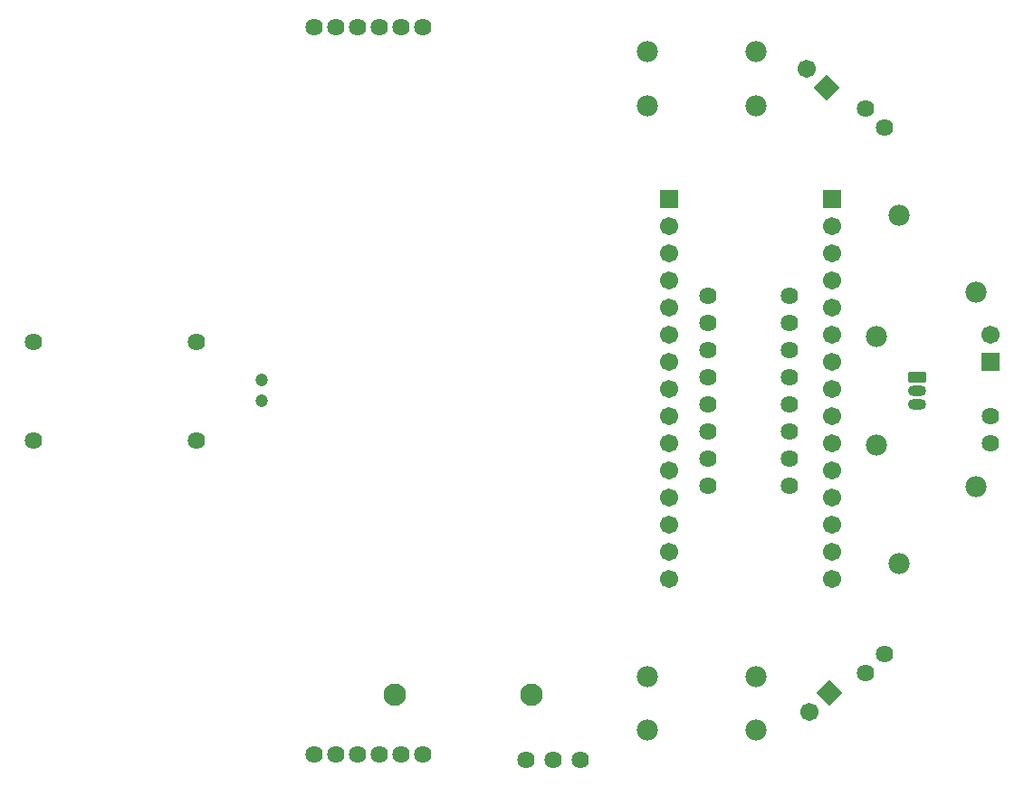
<source format=gbs>
G04 Layer: BottomSolderMaskLayer*
G04 EasyEDA v6.5.34, 2023-08-10 19:04:03*
G04 aaf764472e2f49baad615704bd9e3d85,f0aaafa8627743d499664706fb11d6fc,10*
G04 Gerber Generator version 0.2*
G04 Scale: 100 percent, Rotated: No, Reflected: No *
G04 Dimensions in millimeters *
G04 leading zeros omitted , absolute positions ,4 integer and 5 decimal *
%FSLAX45Y45*%
%MOMM*%

%AMMACRO1*1,1,$1,$2,$3*1,1,$1,$4,$5*1,1,$1,0-$2,0-$3*1,1,$1,0-$4,0-$5*20,1,$1,$2,$3,$4,$5,0*20,1,$1,$4,$5,0-$2,0-$3,0*20,1,$1,0-$2,0-$3,0-$4,0-$5,0*20,1,$1,0-$4,0-$5,$2,$3,0*4,1,4,$2,$3,$4,$5,0-$2,0-$3,0-$4,0-$5,$2,$3,0*%
%ADD10C,2.1000*%
%ADD11C,1.2000*%
%ADD12C,1.7016*%
%ADD13MACRO1,0.1016X0X-1.1314X-1.1314X0*%
%ADD14R,1.7016X1.7016*%
%ADD15MACRO1,0.1016X1.1314X0X0X-1.1314*%
%ADD16C,1.6256*%
%ADD17O,1.7015968X1.0015981999999999*%
%ADD18MACRO1,0.1016X0.8X0.45X0.8X-0.45*%
%ADD19C,1.9812*%

%LPD*%
D10*
G01*
X5207000Y965200D03*
G01*
X3926992Y965200D03*
D11*
G01*
X2679700Y3710000D03*
G01*
X2679700Y3909999D03*
D12*
G01*
X7784185Y6820814D03*
D13*
G01*
X7963801Y6641198D03*
D12*
G01*
X9499600Y4330700D03*
D14*
G01*
X9499600Y4076700D03*
D12*
G01*
X7809585Y799185D03*
D15*
G01*
X7989201Y978801D03*
D16*
G01*
X8330311Y6452488D03*
G01*
X8509914Y6272885D03*
G01*
X9499600Y3568700D03*
G01*
X9499600Y3314700D03*
G01*
X8330311Y1167485D03*
G01*
X8509914Y1347088D03*
D17*
G01*
X8813800Y3683000D03*
G01*
X8813800Y3810000D03*
D18*
G01*
X8813800Y3936998D03*
D19*
G01*
X7302500Y6985000D03*
G01*
X6286500Y6985000D03*
G01*
X9363506Y4733493D03*
G01*
X8645093Y5451906D03*
G01*
X7302500Y635000D03*
G01*
X6286500Y635000D03*
G01*
X7302500Y6477000D03*
G01*
X6286500Y6477000D03*
G01*
X9363506Y2911906D03*
G01*
X8645093Y2193493D03*
G01*
X7302500Y1130300D03*
G01*
X6286500Y1130300D03*
G01*
X8432800Y4318000D03*
G01*
X8432800Y3302000D03*
D16*
G01*
X5156200Y355600D03*
G01*
X5410200Y355600D03*
G01*
X5664200Y355600D03*
D14*
G01*
X6489700Y5600700D03*
D12*
G01*
X8013700Y5346700D03*
G01*
X8013700Y4838700D03*
G01*
X8013700Y4330700D03*
G01*
X8013700Y3822700D03*
G01*
X8013700Y3314700D03*
G01*
X8013700Y2806700D03*
G01*
X8013700Y2298700D03*
G01*
X6489700Y2044700D03*
G01*
X6489700Y2552700D03*
G01*
X6489700Y3060700D03*
G01*
X6489700Y3568700D03*
G01*
X6489700Y4076700D03*
G01*
X6489700Y4584700D03*
G01*
X6489700Y5092700D03*
G01*
X6489700Y5346700D03*
G01*
X6489700Y4838700D03*
G01*
X6489700Y4330700D03*
G01*
X6489700Y3822700D03*
G01*
X6489700Y3314700D03*
G01*
X6489700Y2806700D03*
G01*
X6489700Y2298700D03*
G01*
X8013700Y2044700D03*
G01*
X8013700Y2552700D03*
G01*
X8013700Y3060700D03*
G01*
X8013700Y3568700D03*
G01*
X8013700Y4076700D03*
G01*
X8013700Y4584700D03*
G01*
X8013700Y5092700D03*
D14*
G01*
X8013700Y5600700D03*
D16*
G01*
X4191000Y7213582D03*
G01*
X3987812Y7213600D03*
G01*
X3784607Y7213600D03*
G01*
X3581402Y7213600D03*
G01*
X3378197Y7213600D03*
G01*
X3174992Y7213600D03*
G01*
X4191000Y406382D03*
G01*
X3987812Y406400D03*
G01*
X3784607Y406400D03*
G01*
X3581402Y406400D03*
G01*
X3378197Y406400D03*
G01*
X3174992Y406400D03*
G01*
X7620000Y2921000D03*
G01*
X7620000Y3175000D03*
G01*
X7620000Y3429000D03*
G01*
X7620000Y3683000D03*
G01*
X7620000Y3937000D03*
G01*
X7620000Y4191000D03*
G01*
X7620000Y4445000D03*
G01*
X7620000Y4699000D03*
G01*
X6858000Y4699000D03*
G01*
X6858000Y4445000D03*
G01*
X6858000Y4191000D03*
G01*
X6858000Y3937000D03*
G01*
X6858000Y3683000D03*
G01*
X6858000Y3429000D03*
G01*
X6858000Y3175000D03*
G01*
X6858000Y2921000D03*
G01*
X546100Y4267200D03*
G01*
X546100Y3340100D03*
G01*
X2070100Y4267200D03*
G01*
X2070100Y3340100D03*
M02*

</source>
